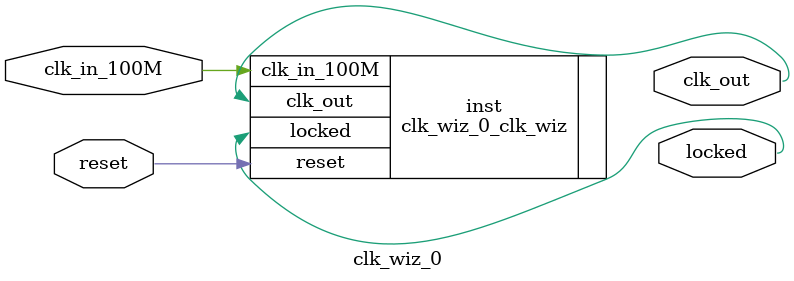
<source format=v>


`timescale 1ps/1ps

(* CORE_GENERATION_INFO = "clk_wiz_0,clk_wiz_v5_3_1,{component_name=clk_wiz_0,use_phase_alignment=true,use_min_o_jitter=false,use_max_i_jitter=false,use_dyn_phase_shift=false,use_inclk_switchover=false,use_dyn_reconfig=false,enable_axi=0,feedback_source=FDBK_AUTO,PRIMITIVE=MMCM,num_out_clk=1,clkin1_period=10.0,clkin2_period=10.0,use_power_down=false,use_reset=true,use_locked=true,use_inclk_stopped=false,feedback_type=SINGLE,CLOCK_MGR_TYPE=NA,manual_override=false}" *)

module clk_wiz_0 
 (
 // Clock in ports
  input         clk_in_100M,
  // Clock out ports
  output        clk_out,
  // Status and control signals
  input         reset,
  output        locked
 );

  clk_wiz_0_clk_wiz inst
  (
 // Clock in ports
  .clk_in_100M(clk_in_100M),
  // Clock out ports  
  .clk_out(clk_out),
  // Status and control signals               
  .reset(reset), 
  .locked(locked)            
  );

endmodule

</source>
